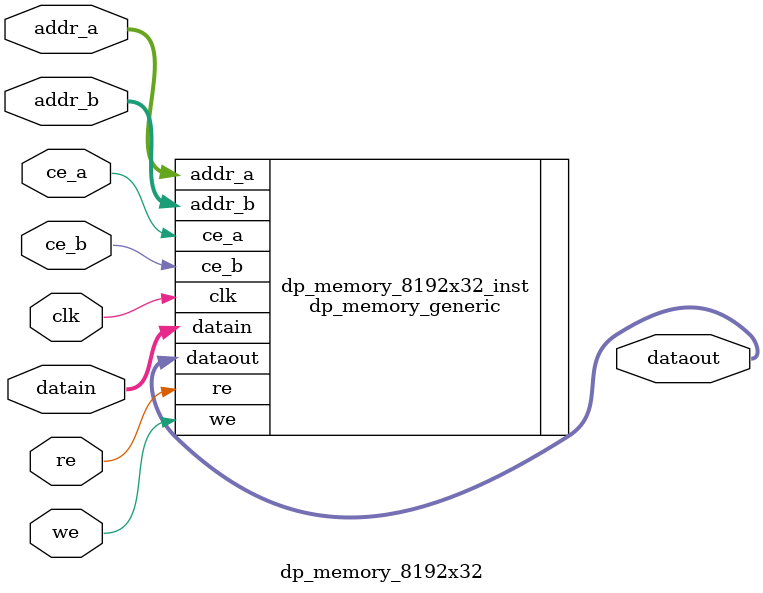
<source format=v>

module dp_memory_8192x32
(
  input clk,
  input ce_a,
  input we,
  input re,
  input [12:0] addr_a,
  input [31:0] datain,
  output [31:0] dataout,
  input ce_b,
  input [12:0] addr_b
);


  dp_memory_generic
  #(
    .ADDRESS_WIDTH(13),
    .DATA_WIDTH(32)
  )
  dp_memory_8192x32_inst
  (
    .clk(clk),
    .ce_a(ce_a),
    .we(we),
    .re(re),
    .addr_a(addr_a[12:0]),
    .datain(datain[31:0]),
    .dataout(dataout[31:0]),
    .ce_b(ce_b),
    .addr_b(addr_b[12:0])
  );


endmodule

</source>
